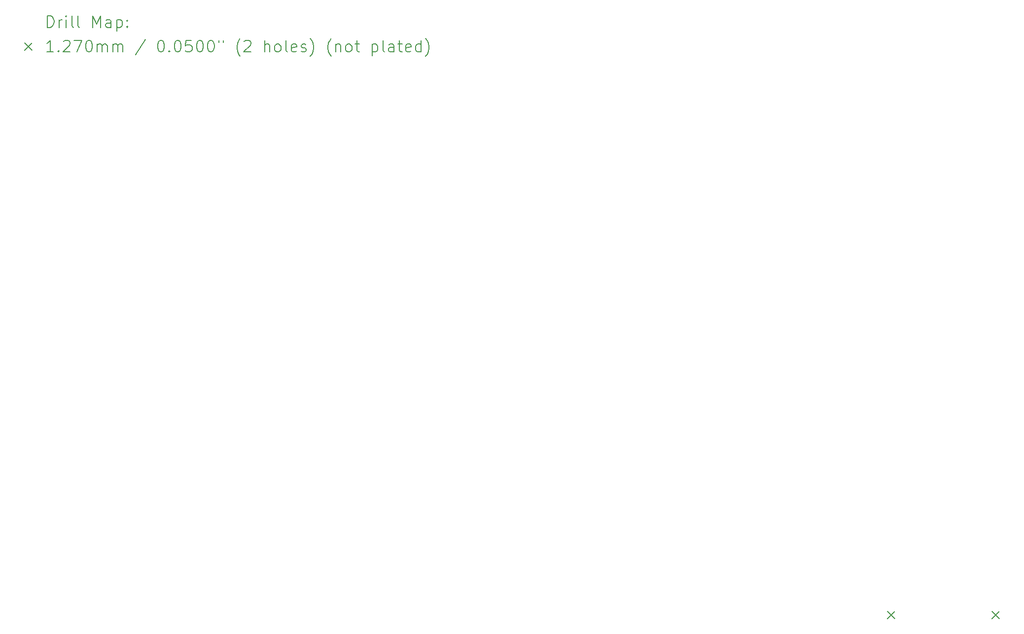
<source format=gbr>
%TF.GenerationSoftware,KiCad,Pcbnew,9.0.2*%
%TF.CreationDate,2025-07-08T18:22:23-03:00*%
%TF.ProjectId,BottomBoardCam,426f7474-6f6d-4426-9f61-726443616d2e,rev?*%
%TF.SameCoordinates,Original*%
%TF.FileFunction,Drillmap*%
%TF.FilePolarity,Positive*%
%FSLAX45Y45*%
G04 Gerber Fmt 4.5, Leading zero omitted, Abs format (unit mm)*
G04 Created by KiCad (PCBNEW 9.0.2) date 2025-07-08 18:22:23*
%MOMM*%
%LPD*%
G01*
G04 APERTURE LIST*
%ADD10C,0.200000*%
%ADD11C,0.127000*%
G04 APERTURE END LIST*
D10*
D11*
X14686500Y-10336500D02*
X14813500Y-10463500D01*
X14813500Y-10336500D02*
X14686500Y-10463500D01*
X16486500Y-10336500D02*
X16613500Y-10463500D01*
X16613500Y-10336500D02*
X16486500Y-10463500D01*
D10*
X260777Y-311484D02*
X260777Y-111484D01*
X260777Y-111484D02*
X308396Y-111484D01*
X308396Y-111484D02*
X336967Y-121008D01*
X336967Y-121008D02*
X356015Y-140055D01*
X356015Y-140055D02*
X365539Y-159103D01*
X365539Y-159103D02*
X375062Y-197198D01*
X375062Y-197198D02*
X375062Y-225769D01*
X375062Y-225769D02*
X365539Y-263865D01*
X365539Y-263865D02*
X356015Y-282912D01*
X356015Y-282912D02*
X336967Y-301960D01*
X336967Y-301960D02*
X308396Y-311484D01*
X308396Y-311484D02*
X260777Y-311484D01*
X460777Y-311484D02*
X460777Y-178150D01*
X460777Y-216246D02*
X470301Y-197198D01*
X470301Y-197198D02*
X479824Y-187674D01*
X479824Y-187674D02*
X498872Y-178150D01*
X498872Y-178150D02*
X517920Y-178150D01*
X584586Y-311484D02*
X584586Y-178150D01*
X584586Y-111484D02*
X575063Y-121008D01*
X575063Y-121008D02*
X584586Y-130531D01*
X584586Y-130531D02*
X594110Y-121008D01*
X594110Y-121008D02*
X584586Y-111484D01*
X584586Y-111484D02*
X584586Y-130531D01*
X708396Y-311484D02*
X689348Y-301960D01*
X689348Y-301960D02*
X679824Y-282912D01*
X679824Y-282912D02*
X679824Y-111484D01*
X813158Y-311484D02*
X794110Y-301960D01*
X794110Y-301960D02*
X784586Y-282912D01*
X784586Y-282912D02*
X784586Y-111484D01*
X1041729Y-311484D02*
X1041729Y-111484D01*
X1041729Y-111484D02*
X1108396Y-254341D01*
X1108396Y-254341D02*
X1175063Y-111484D01*
X1175063Y-111484D02*
X1175063Y-311484D01*
X1356015Y-311484D02*
X1356015Y-206722D01*
X1356015Y-206722D02*
X1346491Y-187674D01*
X1346491Y-187674D02*
X1327444Y-178150D01*
X1327444Y-178150D02*
X1289348Y-178150D01*
X1289348Y-178150D02*
X1270301Y-187674D01*
X1356015Y-301960D02*
X1336967Y-311484D01*
X1336967Y-311484D02*
X1289348Y-311484D01*
X1289348Y-311484D02*
X1270301Y-301960D01*
X1270301Y-301960D02*
X1260777Y-282912D01*
X1260777Y-282912D02*
X1260777Y-263865D01*
X1260777Y-263865D02*
X1270301Y-244817D01*
X1270301Y-244817D02*
X1289348Y-235293D01*
X1289348Y-235293D02*
X1336967Y-235293D01*
X1336967Y-235293D02*
X1356015Y-225769D01*
X1451253Y-178150D02*
X1451253Y-378150D01*
X1451253Y-187674D02*
X1470301Y-178150D01*
X1470301Y-178150D02*
X1508396Y-178150D01*
X1508396Y-178150D02*
X1527443Y-187674D01*
X1527443Y-187674D02*
X1536967Y-197198D01*
X1536967Y-197198D02*
X1546491Y-216246D01*
X1546491Y-216246D02*
X1546491Y-273389D01*
X1546491Y-273389D02*
X1536967Y-292436D01*
X1536967Y-292436D02*
X1527443Y-301960D01*
X1527443Y-301960D02*
X1508396Y-311484D01*
X1508396Y-311484D02*
X1470301Y-311484D01*
X1470301Y-311484D02*
X1451253Y-301960D01*
X1632205Y-292436D02*
X1641729Y-301960D01*
X1641729Y-301960D02*
X1632205Y-311484D01*
X1632205Y-311484D02*
X1622682Y-301960D01*
X1622682Y-301960D02*
X1632205Y-292436D01*
X1632205Y-292436D02*
X1632205Y-311484D01*
X1632205Y-187674D02*
X1641729Y-197198D01*
X1641729Y-197198D02*
X1632205Y-206722D01*
X1632205Y-206722D02*
X1622682Y-197198D01*
X1622682Y-197198D02*
X1632205Y-187674D01*
X1632205Y-187674D02*
X1632205Y-206722D01*
D11*
X-127000Y-576500D02*
X0Y-703500D01*
X0Y-576500D02*
X-127000Y-703500D01*
D10*
X365539Y-731484D02*
X251253Y-731484D01*
X308396Y-731484D02*
X308396Y-531484D01*
X308396Y-531484D02*
X289348Y-560055D01*
X289348Y-560055D02*
X270301Y-579103D01*
X270301Y-579103D02*
X251253Y-588627D01*
X451253Y-712436D02*
X460777Y-721960D01*
X460777Y-721960D02*
X451253Y-731484D01*
X451253Y-731484D02*
X441729Y-721960D01*
X441729Y-721960D02*
X451253Y-712436D01*
X451253Y-712436D02*
X451253Y-731484D01*
X536967Y-550531D02*
X546491Y-541008D01*
X546491Y-541008D02*
X565539Y-531484D01*
X565539Y-531484D02*
X613158Y-531484D01*
X613158Y-531484D02*
X632205Y-541008D01*
X632205Y-541008D02*
X641729Y-550531D01*
X641729Y-550531D02*
X651253Y-569579D01*
X651253Y-569579D02*
X651253Y-588627D01*
X651253Y-588627D02*
X641729Y-617198D01*
X641729Y-617198D02*
X527444Y-731484D01*
X527444Y-731484D02*
X651253Y-731484D01*
X717920Y-531484D02*
X851253Y-531484D01*
X851253Y-531484D02*
X765539Y-731484D01*
X965539Y-531484D02*
X984586Y-531484D01*
X984586Y-531484D02*
X1003634Y-541008D01*
X1003634Y-541008D02*
X1013158Y-550531D01*
X1013158Y-550531D02*
X1022682Y-569579D01*
X1022682Y-569579D02*
X1032205Y-607674D01*
X1032205Y-607674D02*
X1032205Y-655293D01*
X1032205Y-655293D02*
X1022682Y-693389D01*
X1022682Y-693389D02*
X1013158Y-712436D01*
X1013158Y-712436D02*
X1003634Y-721960D01*
X1003634Y-721960D02*
X984586Y-731484D01*
X984586Y-731484D02*
X965539Y-731484D01*
X965539Y-731484D02*
X946491Y-721960D01*
X946491Y-721960D02*
X936967Y-712436D01*
X936967Y-712436D02*
X927443Y-693389D01*
X927443Y-693389D02*
X917920Y-655293D01*
X917920Y-655293D02*
X917920Y-607674D01*
X917920Y-607674D02*
X927443Y-569579D01*
X927443Y-569579D02*
X936967Y-550531D01*
X936967Y-550531D02*
X946491Y-541008D01*
X946491Y-541008D02*
X965539Y-531484D01*
X1117920Y-731484D02*
X1117920Y-598150D01*
X1117920Y-617198D02*
X1127444Y-607674D01*
X1127444Y-607674D02*
X1146491Y-598150D01*
X1146491Y-598150D02*
X1175063Y-598150D01*
X1175063Y-598150D02*
X1194110Y-607674D01*
X1194110Y-607674D02*
X1203634Y-626722D01*
X1203634Y-626722D02*
X1203634Y-731484D01*
X1203634Y-626722D02*
X1213158Y-607674D01*
X1213158Y-607674D02*
X1232205Y-598150D01*
X1232205Y-598150D02*
X1260777Y-598150D01*
X1260777Y-598150D02*
X1279825Y-607674D01*
X1279825Y-607674D02*
X1289348Y-626722D01*
X1289348Y-626722D02*
X1289348Y-731484D01*
X1384586Y-731484D02*
X1384586Y-598150D01*
X1384586Y-617198D02*
X1394110Y-607674D01*
X1394110Y-607674D02*
X1413158Y-598150D01*
X1413158Y-598150D02*
X1441729Y-598150D01*
X1441729Y-598150D02*
X1460777Y-607674D01*
X1460777Y-607674D02*
X1470301Y-626722D01*
X1470301Y-626722D02*
X1470301Y-731484D01*
X1470301Y-626722D02*
X1479824Y-607674D01*
X1479824Y-607674D02*
X1498872Y-598150D01*
X1498872Y-598150D02*
X1527443Y-598150D01*
X1527443Y-598150D02*
X1546491Y-607674D01*
X1546491Y-607674D02*
X1556015Y-626722D01*
X1556015Y-626722D02*
X1556015Y-731484D01*
X1946491Y-521960D02*
X1775063Y-779103D01*
X2203634Y-531484D02*
X2222682Y-531484D01*
X2222682Y-531484D02*
X2241729Y-541008D01*
X2241729Y-541008D02*
X2251253Y-550531D01*
X2251253Y-550531D02*
X2260777Y-569579D01*
X2260777Y-569579D02*
X2270301Y-607674D01*
X2270301Y-607674D02*
X2270301Y-655293D01*
X2270301Y-655293D02*
X2260777Y-693389D01*
X2260777Y-693389D02*
X2251253Y-712436D01*
X2251253Y-712436D02*
X2241729Y-721960D01*
X2241729Y-721960D02*
X2222682Y-731484D01*
X2222682Y-731484D02*
X2203634Y-731484D01*
X2203634Y-731484D02*
X2184587Y-721960D01*
X2184587Y-721960D02*
X2175063Y-712436D01*
X2175063Y-712436D02*
X2165539Y-693389D01*
X2165539Y-693389D02*
X2156015Y-655293D01*
X2156015Y-655293D02*
X2156015Y-607674D01*
X2156015Y-607674D02*
X2165539Y-569579D01*
X2165539Y-569579D02*
X2175063Y-550531D01*
X2175063Y-550531D02*
X2184587Y-541008D01*
X2184587Y-541008D02*
X2203634Y-531484D01*
X2356015Y-712436D02*
X2365539Y-721960D01*
X2365539Y-721960D02*
X2356015Y-731484D01*
X2356015Y-731484D02*
X2346491Y-721960D01*
X2346491Y-721960D02*
X2356015Y-712436D01*
X2356015Y-712436D02*
X2356015Y-731484D01*
X2489348Y-531484D02*
X2508396Y-531484D01*
X2508396Y-531484D02*
X2527444Y-541008D01*
X2527444Y-541008D02*
X2536968Y-550531D01*
X2536968Y-550531D02*
X2546491Y-569579D01*
X2546491Y-569579D02*
X2556015Y-607674D01*
X2556015Y-607674D02*
X2556015Y-655293D01*
X2556015Y-655293D02*
X2546491Y-693389D01*
X2546491Y-693389D02*
X2536968Y-712436D01*
X2536968Y-712436D02*
X2527444Y-721960D01*
X2527444Y-721960D02*
X2508396Y-731484D01*
X2508396Y-731484D02*
X2489348Y-731484D01*
X2489348Y-731484D02*
X2470301Y-721960D01*
X2470301Y-721960D02*
X2460777Y-712436D01*
X2460777Y-712436D02*
X2451253Y-693389D01*
X2451253Y-693389D02*
X2441729Y-655293D01*
X2441729Y-655293D02*
X2441729Y-607674D01*
X2441729Y-607674D02*
X2451253Y-569579D01*
X2451253Y-569579D02*
X2460777Y-550531D01*
X2460777Y-550531D02*
X2470301Y-541008D01*
X2470301Y-541008D02*
X2489348Y-531484D01*
X2736968Y-531484D02*
X2641729Y-531484D01*
X2641729Y-531484D02*
X2632206Y-626722D01*
X2632206Y-626722D02*
X2641729Y-617198D01*
X2641729Y-617198D02*
X2660777Y-607674D01*
X2660777Y-607674D02*
X2708396Y-607674D01*
X2708396Y-607674D02*
X2727444Y-617198D01*
X2727444Y-617198D02*
X2736968Y-626722D01*
X2736968Y-626722D02*
X2746491Y-645770D01*
X2746491Y-645770D02*
X2746491Y-693389D01*
X2746491Y-693389D02*
X2736968Y-712436D01*
X2736968Y-712436D02*
X2727444Y-721960D01*
X2727444Y-721960D02*
X2708396Y-731484D01*
X2708396Y-731484D02*
X2660777Y-731484D01*
X2660777Y-731484D02*
X2641729Y-721960D01*
X2641729Y-721960D02*
X2632206Y-712436D01*
X2870301Y-531484D02*
X2889348Y-531484D01*
X2889348Y-531484D02*
X2908396Y-541008D01*
X2908396Y-541008D02*
X2917920Y-550531D01*
X2917920Y-550531D02*
X2927444Y-569579D01*
X2927444Y-569579D02*
X2936967Y-607674D01*
X2936967Y-607674D02*
X2936967Y-655293D01*
X2936967Y-655293D02*
X2927444Y-693389D01*
X2927444Y-693389D02*
X2917920Y-712436D01*
X2917920Y-712436D02*
X2908396Y-721960D01*
X2908396Y-721960D02*
X2889348Y-731484D01*
X2889348Y-731484D02*
X2870301Y-731484D01*
X2870301Y-731484D02*
X2851253Y-721960D01*
X2851253Y-721960D02*
X2841729Y-712436D01*
X2841729Y-712436D02*
X2832206Y-693389D01*
X2832206Y-693389D02*
X2822682Y-655293D01*
X2822682Y-655293D02*
X2822682Y-607674D01*
X2822682Y-607674D02*
X2832206Y-569579D01*
X2832206Y-569579D02*
X2841729Y-550531D01*
X2841729Y-550531D02*
X2851253Y-541008D01*
X2851253Y-541008D02*
X2870301Y-531484D01*
X3060777Y-531484D02*
X3079825Y-531484D01*
X3079825Y-531484D02*
X3098872Y-541008D01*
X3098872Y-541008D02*
X3108396Y-550531D01*
X3108396Y-550531D02*
X3117920Y-569579D01*
X3117920Y-569579D02*
X3127444Y-607674D01*
X3127444Y-607674D02*
X3127444Y-655293D01*
X3127444Y-655293D02*
X3117920Y-693389D01*
X3117920Y-693389D02*
X3108396Y-712436D01*
X3108396Y-712436D02*
X3098872Y-721960D01*
X3098872Y-721960D02*
X3079825Y-731484D01*
X3079825Y-731484D02*
X3060777Y-731484D01*
X3060777Y-731484D02*
X3041729Y-721960D01*
X3041729Y-721960D02*
X3032206Y-712436D01*
X3032206Y-712436D02*
X3022682Y-693389D01*
X3022682Y-693389D02*
X3013158Y-655293D01*
X3013158Y-655293D02*
X3013158Y-607674D01*
X3013158Y-607674D02*
X3022682Y-569579D01*
X3022682Y-569579D02*
X3032206Y-550531D01*
X3032206Y-550531D02*
X3041729Y-541008D01*
X3041729Y-541008D02*
X3060777Y-531484D01*
X3203634Y-531484D02*
X3203634Y-569579D01*
X3279825Y-531484D02*
X3279825Y-569579D01*
X3575063Y-807674D02*
X3565539Y-798150D01*
X3565539Y-798150D02*
X3546491Y-769579D01*
X3546491Y-769579D02*
X3536968Y-750531D01*
X3536968Y-750531D02*
X3527444Y-721960D01*
X3527444Y-721960D02*
X3517920Y-674341D01*
X3517920Y-674341D02*
X3517920Y-636246D01*
X3517920Y-636246D02*
X3527444Y-588627D01*
X3527444Y-588627D02*
X3536968Y-560055D01*
X3536968Y-560055D02*
X3546491Y-541008D01*
X3546491Y-541008D02*
X3565539Y-512436D01*
X3565539Y-512436D02*
X3575063Y-502912D01*
X3641729Y-550531D02*
X3651253Y-541008D01*
X3651253Y-541008D02*
X3670301Y-531484D01*
X3670301Y-531484D02*
X3717920Y-531484D01*
X3717920Y-531484D02*
X3736968Y-541008D01*
X3736968Y-541008D02*
X3746491Y-550531D01*
X3746491Y-550531D02*
X3756015Y-569579D01*
X3756015Y-569579D02*
X3756015Y-588627D01*
X3756015Y-588627D02*
X3746491Y-617198D01*
X3746491Y-617198D02*
X3632206Y-731484D01*
X3632206Y-731484D02*
X3756015Y-731484D01*
X3994110Y-731484D02*
X3994110Y-531484D01*
X4079825Y-731484D02*
X4079825Y-626722D01*
X4079825Y-626722D02*
X4070301Y-607674D01*
X4070301Y-607674D02*
X4051253Y-598150D01*
X4051253Y-598150D02*
X4022682Y-598150D01*
X4022682Y-598150D02*
X4003634Y-607674D01*
X4003634Y-607674D02*
X3994110Y-617198D01*
X4203634Y-731484D02*
X4184587Y-721960D01*
X4184587Y-721960D02*
X4175063Y-712436D01*
X4175063Y-712436D02*
X4165539Y-693389D01*
X4165539Y-693389D02*
X4165539Y-636246D01*
X4165539Y-636246D02*
X4175063Y-617198D01*
X4175063Y-617198D02*
X4184587Y-607674D01*
X4184587Y-607674D02*
X4203634Y-598150D01*
X4203634Y-598150D02*
X4232206Y-598150D01*
X4232206Y-598150D02*
X4251253Y-607674D01*
X4251253Y-607674D02*
X4260777Y-617198D01*
X4260777Y-617198D02*
X4270301Y-636246D01*
X4270301Y-636246D02*
X4270301Y-693389D01*
X4270301Y-693389D02*
X4260777Y-712436D01*
X4260777Y-712436D02*
X4251253Y-721960D01*
X4251253Y-721960D02*
X4232206Y-731484D01*
X4232206Y-731484D02*
X4203634Y-731484D01*
X4384587Y-731484D02*
X4365539Y-721960D01*
X4365539Y-721960D02*
X4356015Y-702912D01*
X4356015Y-702912D02*
X4356015Y-531484D01*
X4536968Y-721960D02*
X4517920Y-731484D01*
X4517920Y-731484D02*
X4479825Y-731484D01*
X4479825Y-731484D02*
X4460777Y-721960D01*
X4460777Y-721960D02*
X4451253Y-702912D01*
X4451253Y-702912D02*
X4451253Y-626722D01*
X4451253Y-626722D02*
X4460777Y-607674D01*
X4460777Y-607674D02*
X4479825Y-598150D01*
X4479825Y-598150D02*
X4517920Y-598150D01*
X4517920Y-598150D02*
X4536968Y-607674D01*
X4536968Y-607674D02*
X4546492Y-626722D01*
X4546492Y-626722D02*
X4546492Y-645770D01*
X4546492Y-645770D02*
X4451253Y-664817D01*
X4622682Y-721960D02*
X4641730Y-731484D01*
X4641730Y-731484D02*
X4679825Y-731484D01*
X4679825Y-731484D02*
X4698873Y-721960D01*
X4698873Y-721960D02*
X4708396Y-702912D01*
X4708396Y-702912D02*
X4708396Y-693389D01*
X4708396Y-693389D02*
X4698873Y-674341D01*
X4698873Y-674341D02*
X4679825Y-664817D01*
X4679825Y-664817D02*
X4651253Y-664817D01*
X4651253Y-664817D02*
X4632206Y-655293D01*
X4632206Y-655293D02*
X4622682Y-636246D01*
X4622682Y-636246D02*
X4622682Y-626722D01*
X4622682Y-626722D02*
X4632206Y-607674D01*
X4632206Y-607674D02*
X4651253Y-598150D01*
X4651253Y-598150D02*
X4679825Y-598150D01*
X4679825Y-598150D02*
X4698873Y-607674D01*
X4775063Y-807674D02*
X4784587Y-798150D01*
X4784587Y-798150D02*
X4803634Y-769579D01*
X4803634Y-769579D02*
X4813158Y-750531D01*
X4813158Y-750531D02*
X4822682Y-721960D01*
X4822682Y-721960D02*
X4832206Y-674341D01*
X4832206Y-674341D02*
X4832206Y-636246D01*
X4832206Y-636246D02*
X4822682Y-588627D01*
X4822682Y-588627D02*
X4813158Y-560055D01*
X4813158Y-560055D02*
X4803634Y-541008D01*
X4803634Y-541008D02*
X4784587Y-512436D01*
X4784587Y-512436D02*
X4775063Y-502912D01*
X5136968Y-807674D02*
X5127444Y-798150D01*
X5127444Y-798150D02*
X5108396Y-769579D01*
X5108396Y-769579D02*
X5098873Y-750531D01*
X5098873Y-750531D02*
X5089349Y-721960D01*
X5089349Y-721960D02*
X5079825Y-674341D01*
X5079825Y-674341D02*
X5079825Y-636246D01*
X5079825Y-636246D02*
X5089349Y-588627D01*
X5089349Y-588627D02*
X5098873Y-560055D01*
X5098873Y-560055D02*
X5108396Y-541008D01*
X5108396Y-541008D02*
X5127444Y-512436D01*
X5127444Y-512436D02*
X5136968Y-502912D01*
X5213158Y-598150D02*
X5213158Y-731484D01*
X5213158Y-617198D02*
X5222682Y-607674D01*
X5222682Y-607674D02*
X5241730Y-598150D01*
X5241730Y-598150D02*
X5270301Y-598150D01*
X5270301Y-598150D02*
X5289349Y-607674D01*
X5289349Y-607674D02*
X5298873Y-626722D01*
X5298873Y-626722D02*
X5298873Y-731484D01*
X5422682Y-731484D02*
X5403634Y-721960D01*
X5403634Y-721960D02*
X5394111Y-712436D01*
X5394111Y-712436D02*
X5384587Y-693389D01*
X5384587Y-693389D02*
X5384587Y-636246D01*
X5384587Y-636246D02*
X5394111Y-617198D01*
X5394111Y-617198D02*
X5403634Y-607674D01*
X5403634Y-607674D02*
X5422682Y-598150D01*
X5422682Y-598150D02*
X5451254Y-598150D01*
X5451254Y-598150D02*
X5470301Y-607674D01*
X5470301Y-607674D02*
X5479825Y-617198D01*
X5479825Y-617198D02*
X5489349Y-636246D01*
X5489349Y-636246D02*
X5489349Y-693389D01*
X5489349Y-693389D02*
X5479825Y-712436D01*
X5479825Y-712436D02*
X5470301Y-721960D01*
X5470301Y-721960D02*
X5451254Y-731484D01*
X5451254Y-731484D02*
X5422682Y-731484D01*
X5546492Y-598150D02*
X5622682Y-598150D01*
X5575063Y-531484D02*
X5575063Y-702912D01*
X5575063Y-702912D02*
X5584587Y-721960D01*
X5584587Y-721960D02*
X5603634Y-731484D01*
X5603634Y-731484D02*
X5622682Y-731484D01*
X5841730Y-598150D02*
X5841730Y-798150D01*
X5841730Y-607674D02*
X5860777Y-598150D01*
X5860777Y-598150D02*
X5898873Y-598150D01*
X5898873Y-598150D02*
X5917920Y-607674D01*
X5917920Y-607674D02*
X5927444Y-617198D01*
X5927444Y-617198D02*
X5936968Y-636246D01*
X5936968Y-636246D02*
X5936968Y-693389D01*
X5936968Y-693389D02*
X5927444Y-712436D01*
X5927444Y-712436D02*
X5917920Y-721960D01*
X5917920Y-721960D02*
X5898873Y-731484D01*
X5898873Y-731484D02*
X5860777Y-731484D01*
X5860777Y-731484D02*
X5841730Y-721960D01*
X6051253Y-731484D02*
X6032206Y-721960D01*
X6032206Y-721960D02*
X6022682Y-702912D01*
X6022682Y-702912D02*
X6022682Y-531484D01*
X6213158Y-731484D02*
X6213158Y-626722D01*
X6213158Y-626722D02*
X6203634Y-607674D01*
X6203634Y-607674D02*
X6184587Y-598150D01*
X6184587Y-598150D02*
X6146492Y-598150D01*
X6146492Y-598150D02*
X6127444Y-607674D01*
X6213158Y-721960D02*
X6194111Y-731484D01*
X6194111Y-731484D02*
X6146492Y-731484D01*
X6146492Y-731484D02*
X6127444Y-721960D01*
X6127444Y-721960D02*
X6117920Y-702912D01*
X6117920Y-702912D02*
X6117920Y-683865D01*
X6117920Y-683865D02*
X6127444Y-664817D01*
X6127444Y-664817D02*
X6146492Y-655293D01*
X6146492Y-655293D02*
X6194111Y-655293D01*
X6194111Y-655293D02*
X6213158Y-645770D01*
X6279825Y-598150D02*
X6356015Y-598150D01*
X6308396Y-531484D02*
X6308396Y-702912D01*
X6308396Y-702912D02*
X6317920Y-721960D01*
X6317920Y-721960D02*
X6336968Y-731484D01*
X6336968Y-731484D02*
X6356015Y-731484D01*
X6498873Y-721960D02*
X6479825Y-731484D01*
X6479825Y-731484D02*
X6441730Y-731484D01*
X6441730Y-731484D02*
X6422682Y-721960D01*
X6422682Y-721960D02*
X6413158Y-702912D01*
X6413158Y-702912D02*
X6413158Y-626722D01*
X6413158Y-626722D02*
X6422682Y-607674D01*
X6422682Y-607674D02*
X6441730Y-598150D01*
X6441730Y-598150D02*
X6479825Y-598150D01*
X6479825Y-598150D02*
X6498873Y-607674D01*
X6498873Y-607674D02*
X6508396Y-626722D01*
X6508396Y-626722D02*
X6508396Y-645770D01*
X6508396Y-645770D02*
X6413158Y-664817D01*
X6679825Y-731484D02*
X6679825Y-531484D01*
X6679825Y-721960D02*
X6660777Y-731484D01*
X6660777Y-731484D02*
X6622682Y-731484D01*
X6622682Y-731484D02*
X6603634Y-721960D01*
X6603634Y-721960D02*
X6594111Y-712436D01*
X6594111Y-712436D02*
X6584587Y-693389D01*
X6584587Y-693389D02*
X6584587Y-636246D01*
X6584587Y-636246D02*
X6594111Y-617198D01*
X6594111Y-617198D02*
X6603634Y-607674D01*
X6603634Y-607674D02*
X6622682Y-598150D01*
X6622682Y-598150D02*
X6660777Y-598150D01*
X6660777Y-598150D02*
X6679825Y-607674D01*
X6756015Y-807674D02*
X6765539Y-798150D01*
X6765539Y-798150D02*
X6784587Y-769579D01*
X6784587Y-769579D02*
X6794111Y-750531D01*
X6794111Y-750531D02*
X6803634Y-721960D01*
X6803634Y-721960D02*
X6813158Y-674341D01*
X6813158Y-674341D02*
X6813158Y-636246D01*
X6813158Y-636246D02*
X6803634Y-588627D01*
X6803634Y-588627D02*
X6794111Y-560055D01*
X6794111Y-560055D02*
X6784587Y-541008D01*
X6784587Y-541008D02*
X6765539Y-512436D01*
X6765539Y-512436D02*
X6756015Y-502912D01*
M02*

</source>
